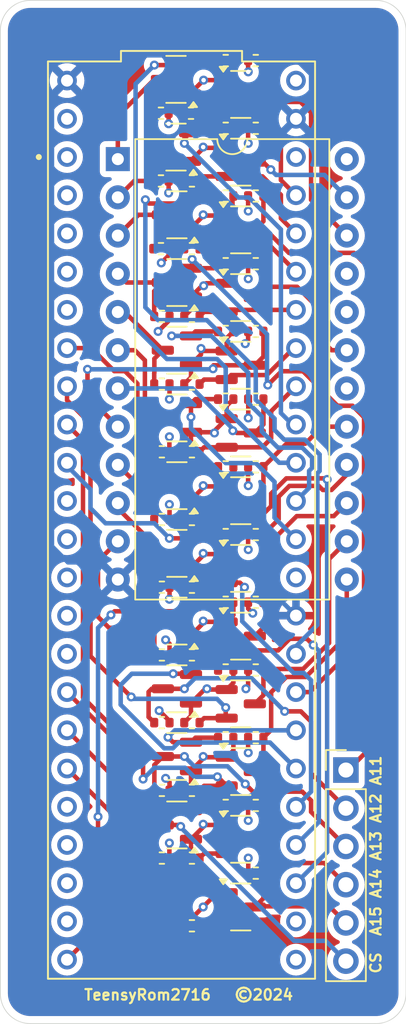
<source format=kicad_pcb>
(kicad_pcb (version 20240108) (generator "pcbnew") (generator_version "8.0")
  (layers (0 "F.Cu" signal) (1 "In1.Cu" signal) (2 "In2.Cu" signal) (31 "B.Cu" signal) (34 "B.Paste" user) (35 "F.Paste" user) (36 "B.SilkS" user "B.Silkscreen") (37 "F.SilkS" user "F.Silkscreen") (38 "B.Mask" user) (39 "F.Mask" user) (44 "Edge.Cuts" user))
  (net 0 "")
  (net 1 "GND")
  (net 18 "+3.3V")
  (net 19 "+5V")
  (net 21 "A12'")
  (net 22 "A14'")
  (net 23 "A15'")
  (net 24 "A13'")
  (net 25 "A11'")
  (net 26 "CS'")
  (net 27 "A0'")
  (net 28 "A0")
  (net 29 "A1")
  (net 30 "A1'")
  (net 31 "A2")
  (net 32 "A2'")
  (net 33 "A3")
  (net 34 "A3'")
  (net 35 "A4'")
  (net 36 "A4")
  (net 37 "A5")
  (net 38 "A5'")
  (net 39 "A6'")
  (net 40 "A6")
  (net 41 "A7")
  (net 42 "A7'")
  (net 43 "A8'")
  (net 44 "A8")
  (net 45 "A9'")
  (net 46 "A9")
  (net 47 "A10'")
  (net 48 "A10")
  (net 49 "A11")
  (net 50 "A12")
  (net 51 "A13")
  (net 52 "A14")
  (net 53 "A15")
  (net 54 "D0")
  (net 55 "D0'")
  (net 56 "D1")
  (net 57 "D1'")
  (net 58 "D2'")
  (net 59 "D2")
  (net 60 "D3'")
  (net 61 "D3")
  (net 62 "D4")
  (net 63 "D4'")
  (net 64 "D5")
  (net 65 "D5'")
  (net 66 "D6")
  (net 67 "D6'")
  (net 68 "D7")
  (net 69 "D7'")
  (net 70 "CS")
  (footprint "Resistor_SMD:R_0402_1005Metric" (layer "F.Cu") (at 42 32.5 180)
    (property "Reference" "R9" (hide yes))
    (property "Value" "10k")
  )
  (footprint "Package_TO_SOT_SMD:SOT-23" (layer "F.Cu") (at 38.75 42.75 180)
    (property "Reference" "Q3" (hide yes))
    (property "Value" "BSS138")
  )
  (footprint "Resistor_SMD:R_0402_1005Metric" (layer "F.Cu") (at 42 19 180)
    (property "Reference" "R15" (hide yes))
    (property "Value" "10k")
  )
  (footprint "Resistor_SMD:R_0402_1005Metric" (layer "F.Cu") (at 37.75 63 180)
    (property "Reference" "R26" (hide yes))
    (property "Value" "10k")
  )
  (footprint "LOGO" (layer "F.Cu") (at 50.75 19.75 90)
    (property "Reference" "G***" (hide yes))
    (property "Value" "LOGO" (hide yes))
  )
  (footprint "Package_TO_SOT_SMD:SOT-23" (layer "F.Cu") (at 43 66.25)
    (property "Reference" "Q20" (hide yes))
    (property "Value" "BSS138")
  )
  (footprint "Resistor_SMD:R_0402_1005Metric" (layer "F.Cu") (at 39.75 67.5)
    (property "Reference" "R39" (hide yes))
    (property "Value" "10k")
  )
  (footprint "Package_TO_SOT_SMD:SOT-23" (layer "F.Cu") (at 38.75 56.25 180)
    (property "Reference" "Q19" (hide yes))
    (property "Value" "BSS138")
  )
  (footprint "Package_TO_SOT_SMD:SOT-23" (layer "F.Cu") (at 38.75 33.75 180)
    (property "Reference" "Q5" (hide yes))
    (property "Value" "BSS138")
  )
  (footprint "Package_TO_SOT_SMD:SOT-23" (layer "F.Cu") (at 43 61.75)
    (property "Reference" "Q21" (hide yes))
    (property "Value" "BSS138")
  )
  (footprint "Resistor_SMD:R_0402_1005Metric" (layer "F.Cu") (at 42 64 180)
    (property "Reference" "R27" (hide yes))
    (property "Value" "10k")
  )
  (footprint "Resistor_SMD:R_0402_1005Metric" (layer "F.Cu") (at 39.75 45)
    (property "Reference" "R3" (hide yes))
    (property "Value" "10k")
  )
  (footprint "Resistor_SMD:R_0402_1005Metric" (layer "F.Cu") (at 44 68.5)
    (property "Reference" "R30" (hide yes))
    (property "Value" "10k")
  )
  (footprint "Package_TO_SOT_SMD:SOT-23" (layer "F.Cu") (at 43 21.25)
    (property "Reference" "Q10" (hide yes))
    (property "Value" "BSS138")
  )
  (footprint "Package_TO_SOT_SMD:SOT-23" (layer "F.Cu") (at 43 75.25)
    (property "Reference" "Q16" (hide yes))
    (property "Value" "BSS138")
  )
  (footprint "Resistor_SMD:R_0402_1005Metric" (layer "F.Cu") (at 37.75 36 180)
    (property "Reference" "R10" (hide yes))
    (property "Value" "10k")
  )
  (footprint "Resistor_SMD:R_0402_1005Metric" (layer "F.Cu") (at 39.75 49.5)
    (property "Reference" "R47" (hide yes))
    (property "Value" "10k")
  )
  (footprint "Package_TO_SOT_SMD:SOT-23" (layer "F.Cu") (at 43 34.75)
    (property "Reference" "Q11" (hide yes))
    (property "Value" "BSS138")
  )
  (footprint "DEV-16771:MODULE_DEV-16771" (layer "F.Cu") (at 39.0575 49.54 -90)
    (property "Reference" "U3" (hide yes))
    (property "Value" "Teensy 4.1 module" (hide yes))
  )
  (footprint "Resistor_SMD:R_0402_1005Metric" (layer "F.Cu") (at 39.75 36)
    (property "Reference" "R21" (hide yes))
    (property "Value" "10k")
  )
  (footprint "Package_TO_SOT_SMD:SOT-23" (layer "F.Cu") (at 43 43.75)
    (property "Reference" "Q2" (hide yes))
    (property "Value" "BSS138")
  )
  (footprint "Resistor_SMD:R_0402_1005Metric" (layer "F.Cu") (at 39.75 58.5 180)
    (property "Reference" "R25" (hide yes))
    (property "Value" "10k")
  )
  (footprint "Resistor_SMD:R_0402_1005Metric" (layer "F.Cu") (at 37.75 72 180)
    (property "Reference" "R50" (hide yes))
    (property "Value" "10k")
  )
  (footprint "Resistor_SMD:R_0402_1005Metric" (layer "F.Cu") (at 44 32.5)
    (property "Reference" "R22" (hide yes))
    (property "Value" "10k")
  )
  (footprint "Package_TO_SOT_SMD:SOT-23" (layer "F.Cu") (at 43 30.25)
    (property "Reference" "Q12" (hide yes))
    (property "Value" "BSS138")
  )
  (footprint "Resistor_SMD:R_0402_1005Metric" (layer "F.Cu") (at 44 64)
    (property "Reference" "R40" (hide yes))
    (property "Value" "10k")
  )
  (footprint "Resistor_SMD:R_0402_1005Metric" (layer "F.Cu") (at 39.75 31.5)
    (property "Reference" "R23" (hide yes))
    (property "Value" "10k")
  )
  (footprint "Resistor_SMD:R_0402_1005Metric" (layer "F.Cu") (at 44 50.5)
    (property "Reference" "R46" (hide yes))
    (property "Value" "10k")
  )
  (footprint "Resistor_SMD:R_0402_1005Metric" (layer "F.Cu") (at 39.69 22.5)
    (property "Reference" "R19" (hide yes))
    (property "Value" "10k")
  )
  (footprint "Resistor_SMD:R_0402_1005Metric" (layer "F.Cu") (at 42 23.5 180)
    (property "Reference" "R13" (hide yes))
    (property "Value" "10k")
  )
  (footprint "Package_TO_SOT_SMD:SOT-23" (layer "F.Cu") (at 38.75 69.8 180)
    (property "Reference" "Q25" (hide yes))
    (property "Value" "BSS138")
  )
  (footprint "Resistor_SMD:R_0402_1005Metric" (layer "F.Cu") (at 37.75 58.5 180)
    (property "Reference" "R38" (hide yes))
    (property "Value" "10k")
  )
  (footprint "Resistor_SMD:R_0402_1005Metric" (layer "F.Cu") (at 42 55 180)
    (property "Reference" "R37" (hide yes))
    (property "Value" "10k")
  )
  (footprint "Resistor_SMD:R_0402_1005Metric" (layer "F.Cu") (at 42 50.5 180)
    (property "Reference" "R35" (hide yes))
    (property "Value" "10k")
  )
  (footprint "Package_TO_SOT_SMD:SOT-23" (layer "F.Cu") (at 38.75 47.25 180)
    (property "Reference" "Q17" (hide yes))
    (property "Value" "BSS138")
  )
  (footprint "Resistor_SMD:R_0402_1005Metric" (layer "F.Cu") (at 37.69 31.5 180)
    (property "Reference" "R12" (hide yes))
    (property "Value" "10k")
  )
  (footprint "Resistor_SMD:R_0402_1005Metric" (layer "F.Cu") (at 39.75 76.5)
    (property "Reference" "R31" (hide yes))
    (property "Value" "10k")
  )
  (footprint "Package_TO_SOT_SMD:SOT-23" (layer "F.Cu") (at 38.75 38.25 180)
    (property "Reference" "Q4" (hide yes))
    (property "Value" "BSS138")
  )
  (footprint "Resistor_SMD:R_0402_1005Metric" (layer "F.Cu") (at 39.75 40.5)
    (property "Reference" "R1" (hide yes))
    (property "Value" "10k")
  )
  (footprint "Resistor_SMD:R_0402_1005Metric" (layer "F.Cu") (at 37.75 40.5 180)
    (property "Reference" "R8" (hide yes))
    (property "Value" "10k")
  )
  (footprint "Package_TO_SOT_SMD:SOT-23" (layer "F.Cu") (at 43 25.75)
    (property "Reference" "Q9" (hide yes))
    (property "Value" "BSS138")
  )
  (footprint "Resistor_SMD:R_0402_1005Metric" (layer "F.Cu") (at 42 41.5 180)
    (property "Reference" "R5" (hide yes))
    (property "Value" "10k")
  )
  (footprint "Resistor_SMD:R_0402_1005Metric" (layer "F.Cu") (at 39.75 72)
    (property "Reference" "R29" (hide yes))
    (property "Value" "10k")
  )
  (footprint "Package_TO_SOT_SMD:SOT-23" (layer "F.Cu") (at 38.75 65.25 180)
    (property "Reference" "Q14" (hide yes))
    (property "Value" "BSS138")
  )
  (footprint "Resistor_SMD:R_0402_1005Metric" (layer "F.Cu") (at 39.75 63)
    (property "Reference" "R41" (hide yes))
    (property "Value" "10k")
  )
  (footprint "Package_TO_SOT_SMD:SOT-23" (layer "F.Cu") (at 43 39.25)
    (property "Reference" "Q1" (hide yes))
    (property "Value" "BSS138")
  )
  (footprint "Package_TO_SOT_SMD:SOT-23" (layer "F.Cu") (at 43 57.25)
    (property "Reference" "Q22" (hide yes))
    (property "Value" "BSS138")
  )
  (footprint "Package_TO_SOT_SMD:SOT-23" (layer "F.Cu") (at 38.75 60.75 180)
    (property "Reference" "Q13" (hide yes))
    (property "Value" "BSS138")
  )
  (footprint "Resistor_SMD:R_0402_1005Metric" (layer "F.Cu") (at 37.75 67.5 180)
    (property "Reference" "R28" (hide yes))
    (property "Value" "10k")
  )
  (footprint "Resistor_SMD:R_0402_1005Metric" (layer "F.Cu") (at 37.75 49.5 180)
    (property "Reference" "R34" (hide yes))
    (property "Value" "10k")
  )
  (footprint "Package_TO_SOT_SMD:SOT-23" (layer "F.Cu") (at 43 70.75)
    (property "Reference" "Q15" (hide yes))
    (property "Value" "BSS138")
  )
  (footprint "Resistor_SMD:R_0402_1005Metric" (layer "F.Cu") (at 44 37)
    (property "Reference" "R2" (hide yes))
    (property "Value" "10k")
  )
  (footprint "Package_TO_SOT_SMD:SOT-23" (layer "F.Cu") (at 38.75 51.75 180)
    (property "Reference" "Q18" (hide yes))
    (property "Value" "BSS138")
  )
  (footprint "Resistor_SMD:R_0402_1005Metric" (layer "F.Cu") (at 44 55)
    (property "Reference" "R44" (hide yes))
    (property "Value" "10k")
  )
  (footprint "Package_DIP:DIP-24_W15.24mm" (layer "F.Cu") (at 34.8175 25.55)
    (property "Reference" "U2" (hide yes))
    (property "Value" "2716")
  )
  (footprint "Resistor_SMD:R_0402_1005Metric" (layer "F.Cu") (at 37.69 22.5 180)
    (property "Reference" "R16" (hide yes))
    (property "Value" "10k")
  )
  (footprint "Resistor_SMD:R_0402_1005Metric" (layer "F.Cu") (at 44 59.5)
    (property "Reference" "R42" (hide yes))
    (property "Value" "10k")
  )
  (footprint "Resistor_SMD:R_0402_1005Metric" (layer "F.Cu") (at 44 46)
    (property "Reference" "R48" (hide yes))
    (property "Value" "10k")
  )
  (footprint "Resistor_SMD:R_0402_1005Metric" (layer "F.Cu") (at 42 37 180)
    (property "Reference" "R7" (hide yes))
    (property "Value" "10k")
  )
  (footprint "Package_TO_SOT_SMD:SOT-23" (layer "F.Cu") (at 43 48.25)
    (property "Reference" "Q24" (hide yes))
    (property "Value" "BSS138")
  )
  (footprint "Resistor_SMD:R_0402_1005Metric" (layer "F.Cu") (at 39.75 27)
    (property "Reference" "R17" (hide yes))
    (property "Value" "10k")
  )
  (footprint "Package_TO_SOT_SMD:SOT-23" (layer "F.Cu") (at 38.75 29.25 180)
    (property "Reference" "Q6" (hide yes))
    (property "Value" "BSS138")
  )
  (footprint "Resistor_SMD:R_0402_1005Metric" (layer "F.Cu") (at 42 59.5 180)
    (property "Reference" "R43" (hide yes))
    (property "Value" "10k")
  )
  (footprint "Resistor_SMD:R_0402_1005Metric" (layer "F.Cu") (at 44 41.5)
    (property "Reference" "R4" (hide yes))
    (property "Value" "10k")
  )
  (footprint "Resistor_SMD:R_0402_1005Metric" (layer "F.Cu") (at 44 23.5)
    (property "Reference" "R18" (hide yes))
    (property "Value" "10k")
  )
  (footprint "Resistor_SMD:R_0402_1005Metric" (layer "F.Cu") (at 44 19)
    (property "Reference" "R20" (hide yes))
    (property "Value" "10k")
  )
  (footprint "Resistor_SMD:R_0402_1005Metric" (layer "F.Cu") (at 37.69 27 180)
    (property "Reference" "R14" (hide yes))
    (property "Value" "10k")
  )
  (footprint "Resistor_SMD:R_0402_1005Metric" (layer "F.Cu") (at 42 68.5 180)
    (property "Reference" "R49" (hide yes))
    (property "Value" "10k")
  )
  (footprint "Package_TO_SOT_SMD:SOT-23" (layer "F.Cu") (at 38.69 24.75 180)
    (property "Reference" "Q7" (hide yes))
    (property "Value" "BSS138")
  )
  (footprint "Resistor_SMD:R_0402_1005Metric" (layer "F.Cu") (at 42 46 180)
    (property "Reference" "R33" (hide yes))
    (property "Value" "10k")
  )
  (footprint "Resistor_SMD:R_0402_1005Metric" (layer "F.Cu") (at 44 28)
    (property "Reference" "R24" (hide yes))
    (property "Value" "10k")
  )
  (footprint "Connector_PinHeader_2.54mm:PinHeader_1x06_P2.54mm_Vertical" (layer "F.Cu") (at 50 66.15)
    (property "Reference" "J1" (hide yes))
    (property "Value" "Conn_01x06_Pin" (hide yes))
  )
  (footprint "Resistor_SMD:R_0402_1005Metric" (layer "F.Cu") (at 37.75 45 180)
    (property "Reference" "R6" (hide yes))
    (property "Value" "10k")
  )
  (footprint "Resistor_SMD:R_0402_1005Metric" (layer "F.Cu") (at 37.75 54 180)
    (property "Reference" "R36" (hide yes))
    (property "Value" "10k")
  )
  (footprint "Package_TO_SOT_SMD:SOT-23" (layer "F.Cu") (at 38.69 20.25 180)
    (property "Reference" "Q8" (hide yes))
    (property "Value" "BSS138")
  )
  (footprint "Resistor_SMD:R_0402_1005Metric" (layer "F.Cu") (at 44 73)
    (property "Reference" "R32" (hide yes))
    (property "Value" "10k")
  )
  (footprint "Package_TO_SOT_SMD:SOT-23" (layer "F.Cu") (at 43 52.75)
    (property "Reference" "Q23" (hide yes))
    (property "Value" "BSS138")
  )
  (footprint "Resistor_SMD:R_0402_1005Metric" (layer "F.Cu") (at 39.75 54)
    (property "Reference" "R45" (hide yes))
    (property "Value" "10k")
  )
  (footprint "Resistor_SMD:R_0402_1005Metric" (layer "F.Cu") (at 42 28 180)
    (property "Reference" "R11" (hide yes))
    (property "Value" "10k")
  )
  (gr_arc (start 52 15) (mid 53.414214 15.585786) (end 54 17) (stroke (width 0.05)) (layer "Edge.Cuts"))
  (gr_line (start 29 15) (end 52 15) (stroke (width 0.05)) (layer "Edge.Cuts"))
  (gr_line (start 52 83) (end 29 83) (stroke (width 0.05)) (layer "Edge.Cuts"))
  (gr_line (start 54 17) (end 54 81) (stroke (width 0.05)) (layer "Edge.Cuts"))
  (gr_line (start 27 81) (end 27 17) (stroke (width 0.05)) (layer "Edge.Cuts"))
  (gr_arc (start 54 81) (mid 53.414214 82.414214) (end 52 83) (stroke (width 0.05)) (layer "Edge.Cuts"))
  (gr_arc (start 27 17) (mid 27.585786 15.585786) (end 29 15) (stroke (width 0.05)) (layer "Edge.Cuts"))
  (gr_arc (start 29 83) (mid 27.585786 82.414214) (end 27 81) (stroke (width 0.05)) (layer "Edge.Cuts"))
  (gr_text "CS\n" (at 52.4 79.75 90) (layer "F.SilkS") (effects (font (size 0.7 0.7)) (justify left bottom)))
  (gr_text "A15\n" (at 52.4 77.25 90) (layer "F.SilkS") (effects (font (size 0.7 0.7)) (justify left bottom)))
  (gr_text "A12" (at 52.4 69.75 90) (layer "F.SilkS") (effects (font (size 0.7 0.7)) (justify left bottom)))
  (gr_text "A11" (at 52.4 67.25 90) (layer "F.SilkS") (effects (font (size 0.7 0.7)) (justify left bottom)))
  (gr_text "A13" (at 52.4 72.25 90) (layer "F.SilkS") (effects (font (size 0.7 0.7)) (justify left bottom)))
  (gr_text "A14\n" (at 52.4 74.75 90) (layer "F.SilkS") (effects (font (size 0.7 0.7)) (justify left bottom)))
  (gr_text "TeensyRom2716   ©2024" (at 32.5 81.5 0) (layer "F.SilkS") (effects (font (size 0.7 0.7)) (justify left bottom)))
  (segment (start 47.6815 19.914129) (end 47.6815 21.866) (width 0.3) (layer "B.Cu") (net 1))
  (segment (start 46.6775 55.89) (end 43.477501 52.690001) (width 0.3) (layer "B.Cu") (net 1))
  (segment (start 30.4335 21.334) (end 30.4335 51.2795) (width 0.3) (layer "B.Cu") (net 1))
  (segment (start 31.4375 20.33) (end 33.1175 18.65) (width 0.3) (layer "B.Cu") (net 1))
  (segment (start 35.617499 52.690001) (end 34.8175 53.49) (width 0.3) (layer "B.Cu") (net 1))
  (segment (start 30.4335 51.2795) (end 31.5 52.346) (width 0.3) (layer "B.Cu") (net 1))
  (segment (start 31.4375 20.33) (end 30.4335 21.334) (width 0.3) (layer "B.Cu") (net 1))
  (segment (start 43.477501 52.690001) (end 35.617499 52.690001) (width 0.3) (layer "B.Cu") (net 1))
  (segment (start 33.1175 18.65) (end 46.417371 18.65) (width 0.3) (layer "B.Cu") (net 1))
  (segment (start 33.6735 52.346) (end 34.8175 53.49) (width 0.3) (layer "B.Cu") (net 1))
  (segment (start 46.417371 18.65) (end 47.6815 19.914129) (width 0.3) (layer "B.Cu") (net 1))
  (segment (start 47.6815 21.866) (end 46.6775 22.87) (width 0.3) (layer "B.Cu") (net 1))
  (segment (start 31.5 52.346) (end 33.6735 52.346) (width 0.3) (layer "B.Cu") (net 1))
  (segment (start 39.18 21.6475) (end 39.6275 21.2) (width 0.3) (layer "F.Cu") (net 18))
  (segment (start 39.6875 67.0525) (end 39.24 67.5) (width 0.3) (layer "F.Cu") (net 18))
  (segment (start 39.18 22.5) (end 39.18 21.6475) (width 0.3) (layer "F.Cu") (net 18))
  (segment (start 39.6275 21.2) (end 40.527498 20.300002) (width 0.3) (layer "F.Cu") (net 18))
  (segment (start 39.6875 71.5525) (end 39.24 72) (width 0.3) (layer "F.Cu") (net 18))
  (segment (start 40.5 29.3275) (end 40.5 29.25) (width 0.3) (layer "F.Cu") (net 18))
  (segment (start 42.51 33.3525) (end 42.0625 33.8) (width 0.3) (layer "F.Cu") (net 18))
  (segment (start 42.51 50.5) (end 42.51 51.3525) (width 0.3) (layer "F.Cu") (net 18))
  (segment (start 41.1625 43.7) (end 41.1125 43.75) (width 0.3) (layer "F.Cu") (net 18))
  (segment (start 40.5 75.25) (end 40.49 75.25) (width 0.3) (layer "F.Cu") (net 18))
  (segment (start 40.6375 56.25) (end 40.5 56.25) (width 0.3) (layer "F.Cu") (net 18))
  (segment (start 42.0625 56.3) (end 40.5875 56.3) (width 0.3) (layer "F.Cu") (net 18))
  (segment (start 39.6875 39.2) (end 39.6875 40.0525) (width 0.3) (layer "F.Cu") (net 18))
  (segment (start 42.45 19.8525) (end 42.002504 20.299996) (width 0.3) (layer "F.Cu") (net 18))
  (segment (start 39.6875 66.2) (end 39.6875 67.0525) (width 0.3) (layer "F.Cu") (net 18))
  (segment (start 40.5 69.75) (end 40.5 69.9375) (width 0.3) (layer "F.Cu") (net 18))
  (segment (start 40.8 60.8) (end 40.75 60.75) (width 0.3) (layer "F.Cu") (net 18))
  (segment (start 40.5 29.25) (end 40.5775 29.25) (width 0.3) (layer "F.Cu") (net 18))
  (segment (start 40.5 65.25) (end 40.5 65.3875) (width 0.3) (layer "F.Cu") (net 18))
  (segment (start 40.6375 51.75) (end 40.5 51.75) (width 0.3) (layer "F.Cu") (net 18))
  (segment (start 40.5 51.8875) (end 39.6875 52.7) (width 0.3) (layer "F.Cu") (net 18))
  (segment (start 39.6275 31.0525) (end 39.18 31.5) (width 0.3) (layer "F.Cu") (net 18))
  (segment (start 39.6875 43.7) (end 41.1625 43.7) (width 0.3) (layer "F.Cu") (net 18))
  (segment (start 40.5 75.24) (end 40.5 75.25) (width 0.3) (layer "F.Cu") (net 18))
  (segment (start 40.6375 65.25) (end 40.5 65.25) (width 0.3) (layer "F.Cu") (net 18))
  (segment (start 40.5775 29.25) (end 39.6275 30.2) (width 0.3) (layer "F.Cu") (net 18))
  (segment (start 39.6275 30.2) (end 39.6275 31.0525) (width 0.3) (layer "F.Cu") (net 18))
  (segment (start 42.0625 42.8) (end 42.0625 41.9475) (width 0.3) (layer "F.Cu") (net 18))
  (segment (start 40.5 24.8275) (end 40.5 24.75) (width 0.3) (layer "F.Cu") (net 18))
  (segment (start 42.51 64) (end 42.51 64.8525) (width 0.3) (layer "F.Cu") (net 18))
  (segment (start 42.002504 20.299996) (end 40.527498 20.299996) (width 0.3) (layer "F.Cu") (net 18))
  (segment (start 40.5 56.3875) (end 39.6875 57.2) (width 0.3) (layer "F.Cu") (net 18))
  (segment (start 40.6375 69.8) (end 40.6875 69.75) (width 0.3) (layer "F.Cu") (net 18))
  (segment (start 40.355119 38.532381) (end 40.355119 38.13502) (width 0.3) (layer "F.Cu") (net 18))
  (segment (start 42.45 19) (end 42.45 19.8525) (width 0.3) (layer "F.Cu") (net 18))
  (segment (start 39.6275 25.7) (end 39.6275 26.5525) (width 0.3) (layer "F.Cu") (net 18))
  (segment (start 39.6875 48.2) (end 39.6875 49.0525) (width 0.3) (layer "F.Cu") (net 18))
  (segment (start 39.6875 44.5525) (end 39.24 45) (width 0.3) (layer "F.Cu") (net 18))
  (segment (start 41.1125 43.75) (end 41.25 43.75) (width 0.3) (layer "F.Cu") (net 18))
  (segment (start 40.5 56.25) (end 40.5 56.3875) (width 0.3) (layer "F.Cu") (net 18))
  (segment (start 39.6875 34.7) (end 39.6875 35.5525) (width 0.3) (layer "F.Cu") (net 18))
  (segment (start 39.6875 52.7) (end 39.6875 53.5525) (width 0.3) (layer "F.Cu") (net 18))
  (segment (start 40.5875 51.8) (end 40.6375 51.75) (width 0.3) (layer "F.Cu") (net 18))
  (segment (start 42.0025 29.3) (end 40.5275 29.3) (width 0.3) (layer "F.Cu") (net 18))
  (segment (start 42.51 55) (end 42.51 55.8525) (width 0.3) (layer "F.Cu") (net 18))
  (segment (start 42.51 68.5) (end 42.51 69.3525) (width 0.3) (layer "F.Cu") (net 18))
  (segment (start 42.0625 41.9475) (end 42.51 41.5) (width 0.3) (layer "F.Cu") (net 18))
  (segment (start 42.0625 69.8) (end 40.6375 69.8) (width 0.3) (layer "F.Cu") (net 18))
  (segment (start 40.5875 60.8) (end 39.6875 61.7) (width 0.3) (layer "F.Cu") (net 18))
  (segment (start 39.6875 57.9275) (end 40.26 58.5) (width 0.3) (layer "F.Cu") (net 18))
  (segment (start 42.0625 60.8) (end 40.8 60.8) (width 0.3) (layer "F.Cu") (net 18))
  (segment (start 40.6875 69.75) (end 40.5 69.75) (width 0.3) (layer "F.Cu") (net 18))
  (segment (start 42.51 51.3525) (end 42.0625 51.8) (width 0.3) (layer "F.Cu") (net 18))
  (segment (start 40.5 65.3875) (end 39.6875 66.2) (width 0.3) (layer "F.Cu") (net 18))
  (segment (start 39.6875 70.75) (end 39.6875 71.5525) (width 0.3) (layer "F.Cu") (net 18))
  (segment (start 40.6375 47.25) (end 40.5 47.25) (width 0.3) (layer "F.Cu") (net 18))
  (segment (start 40.5 24.75) (end 40.5775 24.75) (width 0.3) (layer "F.Cu") (net 18))
  (segment (start 40.5 51.75) (end 40.5 51.8875) (width 0.3) (layer "F.Cu") (net 18))
  (segment (start 42.0625 74.3) (end 41.44 74.3) (width 0.3) (layer "F.Cu") (net 18))
  (segment (start 42.0625 51.8) (end 40.5875 51.8) (width 0.3) (layer "F.Cu") (net 18))
  (segment (start 40.5875 56.3) (end 40.6375 56.25) (width 0.3) (layer "F.Cu") (net 18))
  (segment (start 42.51 60.3525) (end 42.51 59.5) (width 0.3) (layer "F.Cu") (net 18))
  (segment (start 41.25 43.75) (end 41.25 43.6125) (width 0.3) (layer "F.Cu") (net 18))
  (segment (start 42.45 23.5) (end 42.45 24.3525) (width 0.3) (layer "F.Cu") (net 18))
  (segment (start 39.6875 43.7) (end 39.6875 44.5525) (width 0.3) (layer "F.Cu") (net 18))
  (segment (start 40.5 47.25) (end 40.5 47.3875) (width 0.3) (layer "F.Cu") (net 18))
  (segment (start 39.6875 39.2) (end 40.355119 38.532381) (width 0.3) (layer "F.Cu") (net 18))
  (segment (start 40.5775 24.75) (end 39.6275 25.7) (width 0.3) (layer "F.Cu") (net 18))
  (segment (start 42.51 55.8525) (end 42.0625 56.3) (width 0.3) (layer "F.Cu") (net 18))
  (segment (start 39.6875 49.0525) (end 39.24 49.5) (width 0.3) (layer "F.Cu") (net 18))
  (segment (start 42.0625 38.3) (end 42.0625 37.4475) (width 0.3) (layer "F.Cu") (net 18))
  (segment (start 39.6875 62.5525) (end 39.24 63) (width 0.3) (layer "F.Cu") (net 18))
  (segment (start 42.51 64.8525) (end 42.0625 65.3) (width 0.3) (layer "F.Cu") (net 18))
  (segment (start 42.0625 65.3) (end 40.5875 65.3) (width 0.3) (layer "F.Cu") (net 18))
  (segment (start 40.5275 29.3) (end 40.5 29.3275) (width 0.3) (layer "F.Cu") (net 18))
  (segment (start 40.7 60.8) (end 40.5875 60.8) (width 0.3) (layer "F.Cu") (net 18))
  (segment (start 40.420807 33.966693) (end 40.533306 33.966693) (width 0.3) (layer "F.Cu") (net 18))
  (segment (start 39.6875 61.7) (end 39.6875 62.5525) (width 0.3) (layer "F.Cu") (net 18))
  (segment (start 39.6875 35.5525) (end 39.24 36) (width 0.3) (layer "F.Cu") (net 18))
  (segment (start 39.6875 34.7) (end 40.420807 33.966693) (width 0.3) (layer "F.Cu") (net 18))
  (segment (start 41.25 43.6125) (end 42.0625 42.8) (width 0.3) (layer "F.Cu") (net 18))
  (segment (start 40.75 60.75) (end 40.7 60.8) (width 0.3) (layer "F.Cu") (net 18))
  (segment (start 42.0625 47.3) (end 40.5875 47.3) (width 0.3) (layer "F.Cu") (net 18))
  (segment (start 40.5875 65.3) (end 40.6375 65.25) (width 0.3) (layer "F.Cu") (net 18))
  (segment (start 42.45 24.3525) (end 42.0025 24.8) (width 0.3) (layer "F.Cu") (net 18))
  (segment (start 40.527498 20.300002) (end 40.527498 20.299996) (width 0.3) (layer "F.Cu") (net 18))
  (segment (start 42.0625 38.3) (end 40.520099 38.3) (width 0.3) (layer "F.Cu") (net 18))
  (segment (start 39.6875 57.2) (end 39.6875 57.9275) (width 0.3) (layer "F.Cu") (net 18))
  (segment (start 42.0025 24.8) (end 40.5275 24.8) (width 0.3) (layer "F.Cu") (net 18))
  (segment (start 42.51 46) (end 42.51 46.8525) (width 0.3) (layer "F.Cu") (net 18))
  (segment (start 40.49 75.25) (end 39.24 76.5) (width 0.3) (layer "F.Cu") (net 18))
  (segment (start 39.6875 53.5525) (end 39.24 54) (width 0.3) (layer "F.Cu") (net 18))
  (segment (start 41.44 74.3) (end 40.5 75.24) (width 0.3) (layer "F.Cu") (net 18))
  (segment (start 40.520099 38.3) (end 40.355119 38.13502) (width 0.3) (layer "F.Cu") (net 18))
  (segment (start 40.699999 33.8) (end 40.533306 33.966693) (width 0.3) (layer "F.Cu") (net 18))
  (segment (start 42.0625 33.8) (end 40.699999 33.8) (width 0.3) (layer "F.Cu") (net 18))
  (segment (start 42.0625 37.4475) (end 42.51 37) (width 0.3) (layer "F.Cu") (net 18))
  (segment (start 42.51 60.3525) (end 42.0625 60.8) (width 0.3) (layer "F.Cu") (net 18))
  (segment (start 40.5 69.9375) (end 39.6875 70.75) (width 0.3) (layer "F.Cu") (net 18))
  (segment (start 39.6875 40.0525) (end 39.24 40.5) (width 0.3) (layer "F.Cu") (net 18))
  (segment (start 42.51 32.5) (end 42.51 33.3525) (width 0.3) (layer "F.Cu") (net 18))
  (segment (start 42.51 69.3525) (end 42.0625 69.8) (width 0.3) (layer "F.Cu") (net 18))
  (segment (start 39.6275 26.5525) (end 39.18 27) (width 0.3) (layer "F.Cu") (net 18))
  (segment (start 42.45 28.8525) (end 42.0025 29.3) (width 0.3) (layer "F.Cu") (net 18))
  (segment (start 42.45 28) (end 42.45 28.8525) (width 0.3) (layer "F.Cu") (net 18))
  (segment (start 40.5875 47.3) (end 40.6375 47.25) (width 0.3) (layer "F.Cu") (net 18))
  (segment (start 40.5275 24.8) (end 40.5 24.8275) (width 0.3) (layer "F.Cu") (net 18))
  (segment (start 42.51 46.8525) (end 42.0625 47.3) (width 0.3) (layer "F.Cu") (net 18))
  (segment (start 40.5 47.3875) (end 39.6875 48.2) (width 0.3) (layer "F.Cu") (net 18))
  (via (at 40.5 29.25) (size 0.6) (drill 0.3) (layers "F.Cu" "B.Cu") (net 18))
  (via (at 40.527498 20.299996) (size 0.6) (drill 0.3) (layers "F.Cu" "B.Cu") (net 18))
  (via (at 40.533306 33.966693) (size 0.6) (drill 0.3) (layers "F.Cu" "B.Cu") (net 18))
  (via (at 40.75 60.75) (size 0.6) (drill 0.3) (layers "F.Cu" "B.Cu") (net 18))
  (via (at 40.5 56.25) (size 0.6) (drill 0.3) (layers "F.Cu" "B.Cu") (net 18))
  (via (at 41.25 43.75) (size 0.6) (drill 0.3) (layers "F.Cu" "B.Cu") (net 18))
  (via (at 40.355119 38.13502) (size 0.6) (drill 0.3) (layers "F.Cu" "B.Cu") (net 18))
  (via (at 40.5 65.25) (size 0.6) (drill 0.3) (layers "F.Cu" "B.Cu") (net 18))
  (via (at 40.5 47.25) (size 0.6) (drill 0.3) (layers "F.Cu" "B.Cu") (net 18))
  (via (at 40.5 69.75) (size 0.6) (drill 0.3) (layers "F.Cu" "B.Cu") (net 18))
  (via (at 40.5 51.75) (size 0.6) (drill 0.3) (layers "F.Cu" "B.Cu") (net 18))
  (via (at 40.5 75.25) (size 0.6) (drill 0.3) (layers "F.Cu" "B.Cu") (net 18))
  (via (at 40.5 24.75) (size 0.6) (drill 0.3) (layers "F.Cu" "B.Cu") (net 18))
  (segment (start 43.49 33.49) (end 43.5 33.5) (width 0.3) (layer "F.Cu") (net 19))
  (segment (start 38.26 41.49) (end 38.25 41.5) (width 0.3) (layer "F.Cu") (net 19))
  (segment (start 43.49 24.49) (end 43.499998 24.499998) (width 0.3) (layer "F.Cu") (net 19))
  (segment (start 38.25 44) (end 38.25 44.99) (width 0.3) (layer "F.Cu") (net 19))
  (segment (start 38.2 31.5) (end 38.2 31.957753) (width 0.3) (layer "F.Cu") (net 19))
  (segment (start 38.26 66.96) (end 38 66.7) (width 0.3) (layer "F.Cu") (net 19))
  (segment (start 43.49 50.5) (end 43.49 51.49) (width 0.3) (layer "F.Cu") (net 19))
  (segment (start 43.49 69.49) (end 43.5 69.5) (width 0.3) (layer "F.Cu") (net 19))
  (segment (start 38.26 62.89321) (end 37.56679 62.2) (width 0.3) (layer "F.Cu") (net 19))
  (segment (start 38.2 31.957753) (end 37.711055 32.446698) (width 0.3) (layer "F.Cu") (net 19))
  (segment (start 43.5 72.99) (end 43.49 73) (width 0.3) (layer "F.Cu") (net 19))
  (segment (start 38.26 54) (end 38.26 54.79) (width 0.3) (layer "F.Cu") (net 19))
  (segment (start 43.49 55.417224) (end 43.8 55.727224) (width 0.3) (layer "F.Cu") (net 19))
  (segment (start 38.25 71.99) (end 38.26 72) (width 0.3) (layer "F.Cu") (net 19))
  (segment (start 43.49 60.604669) (end 43.344669 60.75) (width 0.3) (layer "F.Cu") (net 19))
  (segment (start 43.49 23.5) (end 43.49 24.49) (width 0.3) (layer "F.Cu") (net 19))
  (segment (start 38.26 48.51) (end 38.25 48.5) (width 0.3) (layer "F.Cu") (net 19))
  (segment (start 38.2 22.5) (end 38.2 23.199992) (width 0.3) (layer "F.Cu") (net 19))
  (segment (start 38.26 36.24) (end 37.5 37) (width 0.3) (layer "F.Cu") (net 19))
  (segment (start 38.26 40.5) (end 38.26 41.49) (width 0.3) (layer "F.Cu") (net 19))
  (segment (start 43.49 19.74) (end 43.5 19.75) (width 0.3) (layer "F.Cu") (net 19))
  (segment (start 43.49 28.99) (end 43.500009 29.000009) (width 0.3) (layer "F.Cu") (net 19))
  (segment (start 38.26 57.76) (end 38 57.5) (width 0.3) (layer "F.Cu") (net 19))
  (segment (start 38.26 67.5) (end 38.26 66.96) (width 0.3) (layer "F.Cu") (net 19))
  (segment (start 43.5 42.75) (end 43.5 41.51) (width 0.3) (layer "F.Cu") (net 19))
  (segment (start 38.25 44.99) (end 38.26 45) (width 0.3) (layer "F.Cu") (net 19))
  (segment (start 38.26 36) (end 38.26 36.24) (width 0.3) (layer "F.Cu") (net 19))
  (segment (start 43.49 19) (end 43.49 19.74) (width 0.3) (layer "F.Cu") (net 19))
  (segment (start 43.49 64.99) (end 43.5 65) (width 0.3) (layer "F.Cu") (net 19))
  (segment (start 38.26 54.79) (end 38.25 54.8) (width 0.3) (layer "F.Cu") (net 19))
  (segment (start 43.49 51.49) (end 43.5 51.5) (width 0.3) (layer "F.Cu") (net 19))
  (segment (start 43.49 55) (end 43.49 55.417224) (width 0.3) (layer "F.Cu") (net 19))
  (segment (start 43.49 64) (end 43.49 64.99) (width 0.3) (layer "F.Cu") (net 19))
  (segment (start 38.2 23.199992) (end 38.199996 23.199996) (width 0.3) (layer "F.Cu") (net 19))
  (segment (start 43.49 68.5) (end 43.49 69.49) (width 0.3) (layer "F.Cu") (net 19))
  (segment (start 43.49 47.24) (end 43.5 47.25) (width 0.3) (layer "F.Cu") (net 19))
  (segment (start 38.25 71) (end 38.25 71.99) (width 0.3) (layer "F.Cu") (net 19))
  (segment (start 43.49 28) (end 43.49 28.99) (width 0.3) (layer "F.Cu") (net 19))
  (segment (start 43.49 37) (end 43.49 37.625538) (width 0.3) (layer "F.Cu") (net 19))
  (segment (start 43.49 46) (end 43.49 47.24) (width 0.3) (layer "F.Cu") (net 19))
  (segment (start 43.49 59.5) (end 43.49 60.604669) (width 0.3) (layer "F.Cu") (net 19))
  (segment (start 43.49 32.5) (end 43.49 33.49) (width 0.3) (layer "F.Cu") (net 19))
  (segment (start 38.2 27.799998) (end 38.200002 27.8) (width 0.3) (layer "F.Cu") (net 19))
  (segment (start 38.2 27) (end 38.2 27.799998) (width 0.3) (layer "F.Cu") (net 19))
  (segment (start 43.5 72) (end 43.5 72.99) (width 0.3) (layer "F.Cu") (net 19))
  (segment (start 43.5 41.51) (end 43.49 41.5) (width 0.3) (layer "F.Cu") (net 19))
  (segment (start 43.49 37.625538) (end 43.3 37.815538) (width 0.3) (layer "F.Cu") (net 19))
  (segment (start 38.26 49.5) (end 38.26 48.51) (width 0.3) (layer "F.Cu") (net 19))
  (segment (start 38.26 58.5) (end 38.26 57.76) (width 0.3) (layer "F.Cu") (net 19))
  (segment (start 38.26 63) (end 38.26 62.89321) (width 0.3) (layer "F.Cu") (net 19))
  (via (at 43.5 69.5) (size 0.6) (drill 0.3) (layers "F.Cu" "B.Cu") (net 19))
  (via (at 43.344669 60.75) (size 0.6) (drill 0.3) (layers "F.Cu" "B.Cu") (net 19))
  (via (at 43.5 33.5) (size 0.6) (drill 0.3) (layers "F.Cu" "B.Cu") (net 19))
  (via (at 43.5 65) (size 0.6) (drill 0.3) (layers "F.Cu" "B.Cu") (net 19))
  (via (at 43.8 55.727224) (size 0.6) (drill 0.3) (layers "F.Cu" "B.Cu") (net 19))
  (via (at 38.200002 27.8) (size 0.6) (drill 0.3) (layers "F.Cu" "B.Cu") (net 19))
  (via (at 43.5 72) (size 0.6) (drill 0.3) (layers "F.Cu" "B.Cu") (net 19))
  (via (at 38.25 71) (size 0.6) (drill 0.3) (layers "F.Cu" "B.Cu") (net 19))
  (via (at 43.5 19.75) (size 0.6) (drill 0.3) (layers "F.Cu" "B.Cu") (net 19))
  (via (at 43.5 42.75) (size 0.6) (drill 0.3) (layers "F.Cu" "B.Cu") (net 19))
  (via (at 38.25 44) (size 0.6) (drill 0.3) (layers "F.Cu" "B.Cu") (net 19))
  (via (at 37.56679 62.2) (size 0.6) (drill 0.3) (layers "F.Cu" "B.Cu") (net 19))
  (via (at 43.500009 29.000009) (size 0.6) (drill 0.3) (layers "F.Cu" "B.Cu") (net 19))
  (via (at 43.499998 24.499998) (size 0.6) (drill 0.3) (layers "F.Cu" "B.Cu") (net 19))
  (via (at 38 57.5) (size 0.6) (drill 0.3) (layers "F.Cu" "B.Cu") (net 19))
  (via (at 43.5 47.25) (size 0.6) (drill 0.3) (layers "F.Cu" "B.Cu") (net 19))
  (via (at 38.25 54.8) (size 0.6) (drill 0.3) (layers "F.Cu" "B.Cu") (net 19))
  (via (at 38.25 48.5) (size 0.6) (drill 0.3) (layers "F.Cu" "B.Cu") (net 19))
  (via (at 38.25 41.5) (size 0.6) (drill 0.3) (layers "F.Cu" "B.Cu") (net 19))
  (via (at 38.199996 23.199996) (size 0.6) (drill 0.3) (layers "F.Cu" "B.Cu") (net 19))
  (via (at 43.3 37.815538) (size 0.6) (drill 0.3) (layers "F.Cu" "B.Cu") (net 19))
  (via (at 43.5 51.5) (size 0.6) (drill 0.3) (layers "F.Cu" "B.Cu") (net 19))
  (via (at 37.711055 32.446698) (size 0.6) (drill 0.3) (layers "F.Cu" "B.Cu") (net 19))
  (via (at 37.5 37) (size 0.6) (drill 0.3) (layers "F.Cu" "B.Cu") (net 19))
  (via (at 38 66.7) (size 0.6) (drill 0.3) (layers "F.Cu" "B.Cu") (net 19))
  (segment (start 37.8125 60.75) (end 39.25 60.75) (width 0.3) (layer "F.Cu") (net 21))
  (segment (start 37.075001 60.75) (end 36.86679 60.958211) (width 0.3) (layer "F.Cu") (net 21))
  (segment (start 36.86679 62.62679) (end 37.24 63) (width 0.3) (layer "F.Cu") (net 21))
  (segment (start 47.000002 62.250002) (end 45.925002 62.250002) (width 0.3) (layer "F.Cu") (net 21))
  (segment (start 47.6815 62.9315) (end 47.000002 62.250002) (width 0.3) (layer "F.Cu") (net 21))
  (segment (start 47.6815 66.3715) (end 47.6815 62.9315) (width 0.3) (layer "F.Cu") (net 21))
  (segment (start 37.8125 60.75) (end 37.075001 60.75) (width 0.3) (layer "F.Cu") (net 21))
  (segment (start 50.25 68.94) (end 47.6815 66.3715) (width 0.3) (layer "F.Cu") (net 21))
  (segment (start 36.86679 60.958211) (end 36.86679 62.62679) (width 0.3) (layer "F.Cu") (net 21))
  (via (at 45.925002 62.250002) (size 0.6) (drill 0.3) (layers "F.Cu" "B.Cu") (net 21))
  (via (at 39.25 60.75) (size 0.6) (drill 0.3) (layers "F.Cu" "B.Cu") (net 21))
  (segment (start 39.95 60.05) (end 43.725 60.05) (width 0.3) (layer "B.Cu") (net 21))
  (segment (start 39.25 60.75) (end 39.95 60.05) (width 0.3) (layer "B.Cu") (net 21))
  (segment (start 43.725 60.05) (end 45.925002 62.250002) (width 0.3) (layer "B.Cu") (net 21))
  (segment (start 44.51 68.5) (end 44.51 70.1775) (width 0.3) (layer "F.Cu") (net 22))
  (segment (start 43.9375 70.75) (end 45.5175 72.33) (width 0.3) (layer "F.Cu") (net 22))
  (segment (start 44.51 70.1775) (end 43.9375 70.75) (width 0.3) (layer "F.Cu") (net 22))
  (segment (start 48.56 72.33) (end 50 73.77) (width 0.3) (layer "F.Cu") (net 22))
  (segment (start 45.5175 72.33) (end 48.56 72.33) (width 0.3) (layer "F.Cu") (net 22))
  (segment (start 44.51 74.6775) (end 43.9375 75.25) (width 0.3) (layer "F.Cu") (net 23))
  (segment (start 50 76.31) (end 48.896 75.206) (width 0.3) (layer "F.Cu") (net 23))
  (segment (start 48.896 75.206) (end 43.9815 75.206) (width 0.3) (layer "F.Cu") (net 23))
  (segment (start 43.9815 75.206) (end 43.9375 75.25) (width 0.3) (layer "F.Cu") (net 23))
  (segment (start 44.51 73) (end 44.51 74.6775) (width 0.3) (layer "F.Cu") (net 23))
  (segment (start 47.6815 68.174129) (end 47.093371 67.586) (width 0.3) (layer "F.Cu") (net 24))
  (segment (start 39.25 65.25) (end 37.8125 65.25) (width 0.3) (layer "F.Cu") (net 24))
  (segment (start 43.806604 67.586) (end 43.299999 67.079395) (width 0.3) (layer "F.Cu") (net 24))
  (segment (start 37.25 65.8125) (end 37.25 67.49) (width 0.3) (layer "F.Cu") (net 24))
  (segment (start 48 69.25) (end 47.6815 68.9315) (width 0.3) (layer "F.Cu") (net 24))
  (segment (start 50 71.23) (end 48.02 69.25) (width 0.3) (layer "F.Cu") (net 24))
  (segment (start 47.093371 67.586) (end 43.806604 67.586) (width 0.3) (layer "F.Cu") (net 24))
  (segment (start 47.6815 68.9315) (end 47.6815 68.174129) (width 0.3) (layer "F.Cu") (net 24))
  (segment (start 37.8125 65.25) (end 37.25 65.8125) (width 0.3) (layer "F.Cu") (net 24))
  (segment (start 37.25 67.49) (end 37.24 67.5) (width 0.3) (layer "F.Cu") (net 24))
  (segment (start 48.02 69.25) (end 48 69.25) (width 0.3) (layer "F.Cu") (net 24))
  (via (at 43.299999 67.079395) (size 0.6) (drill 0.3) (layers "F.Cu" "B.Cu") (net 24))
  (via (at 39.25 65.25) (size 0.6) (drill 0.3) (layers "F.Cu" "B.Cu") (net 24))
  (segment (start 39.9 65.9) (end 39.25 65.25) (width 0.3) (layer "B.Cu") (net 24))
  (segment (start 42.120604 65.9) (end 39.9 65.9) (width 0.3) (layer "B.Cu") (net 24))
  (segment (start 43.299999 67.079395) (end 42.120604 65.9) (width 0.3) (layer "B.Cu") (net 24))
  (segment (start 50.533846 31.78) (end 46.204999 31.78) (width 0.3) (layer "F.Cu") (net 25))
  (segment (start 43.9375 30.25) (end 44.51 29.6775) (width 0.3) (layer "F.Cu") (net 25))
  (segment (start 44.674999 30.25) (end 43.9375 30.25) (width 0.3) (layer "F.Cu") (net 25))
  (segment (start 46.204999 31.78) (end 44.674999 30.25) (width 0.3) (layer "F.Cu") (net 25))
  (segment (start 51.7075 32.953654) (end 50.533846 31.78) (width 0.3) (layer "F.Cu") (net 25))
  (segment (start 44.51 29.6775) (end 44.51 28) (width 0.3) (layer "F.Cu") (net 25))
  (segment (start 50 66.3) (end 51.7075 64.5925) (width 0.3) (layer "F.Cu") (net 25))
  (segment (start 51.7075 64.5925) (end 51.7075 32.953654) (width 0.3) (layer "F.Cu") (net 25))
  (segment (start 38.9 69.8) (end 39 69.9) (width 0.3) (layer "F.Cu") (net 26))
  (segment (start 37.25 71.99) (end 37.24 72) (width 0.3) (layer "F.Cu") (net 26))
  (segment (start 37.25 70.3625) (end 37.25 71.99) (width 0.3) (layer "F.Cu") (net 26))
  (segment (start 37.8125 69.8) (end 37.25 70.3625) (width 0.3) (layer "F.Cu") (net 26))
  (segment (start 37.8125 69.8) (end 38.9 69.8) (width 0.3) (layer "F.Cu") (net 26))
  (via (at 39 69.9) (size 0.6) (drill 0.3) (layers "F.Cu" "B.Cu") (net 26))
  (segment (start 46.547629 77.5) (end 39 69.952371) (width 0.3) (layer "B.Cu") (net 26))
  (segment (start 39 69.952371) (end 39 69.9) (width 0.3) (layer "B.Cu") (net 26))
  (segment (start 50 78.85) (end 48.65 77.5) (width 0.3) (layer "B.Cu") (net 26))
  (segment (start 48.65 77.5) (end 46.547629 77.5) (width 0.3) (layer "B.Cu") (net 26))
  (segment (start 44.51 37) (end 44.51 38.6775) (width 0.3) (layer "F.Cu") (net 27))
  (segment (start 44.51 38.6775) (end 43.9375 39.25) (width 0.3) (layer "F.Cu") (net 27))
  (segment (start 41.186941 39.45054) (end 41.154901 39.48258) (width 0.3) (layer "F.Cu") (net 27))
  (segment (start 34.8175 43.33) (end 32.8 41.3125) (width 0.3) (layer "F.Cu") (net 27))
  (segment (start 43.9375 39.25) (end 41.186941 39.25) (width 0.3) (layer "F.Cu") (net 27))
  (segment (start 32.8 41.3125) (end 32.8 39.518295) (width 0.3) (layer "F.Cu") (net 27))
  (segment (start 41.186941 39.25) (end 41.186941 39.45054) (width 0.3) (layer "F.Cu") (net 27))
  (via (at 41.154901 39.48258) (size 0.6) (drill 0.3) (layers "F.Cu" "B.Cu") (net 27))
  (via (at 32.8 39.518295) (size 0.6) (drill 0.3) (layers "F.Cu" "B.Cu") (net 27))
  (segment (start 41.119186 39.518295) (end 32.8 39.518295) (width 0.3) (layer "B.Cu") (net 27))
  (segment (start 41.154901 39.48258) (end 41.119186 39.518295) (width 0.3) (layer "B.Cu") (net 27))
  (segment (start 44.736262 39.9) (end 42.3625 39.9) (width 0.3) (layer "F.Cu") (net 28))
  (segment (start 40.56 40.2) (end 40.26 40.5) (width 0.3) (layer "F.Cu") (net 28))
  (segment (start 46.526262 38.11) (end 44.736262 39.9) (width 0.3) (layer "F.Cu") (net 28))
  (segment (start 42.3625 39.9) (end 42.0625 40.2) (width 0.3) (layer "F.Cu") (net 28))
  (segment (start 46.6775 38.11) (end 46.526262 38.11) (width 0.3) (layer "F.Cu") (net 28))
  (segment (start 42.0625 40.2) (end 40.56 40.2) (width 0.3) (layer "F.Cu") (net 28))
  (segment (start 46.6775 40.65) (end 45.025 42.3025) (width 0.3) (layer "F.Cu") (net 29))
  (segment (start 45.025 44.111262) (end 44.436262 44.7) (width 0.3) (layer "F.Cu") (net 29))
  (segment (start 45.025 42.3025) (end 45.025 44.111262) (width 0.3) (layer "F.Cu") (net 29))
  (segment (start 40.56 44.7) (end 40.26 45) (width 0.3) (layer "F.Cu") (net 29))
  (segment (start 44.436262 44.7) (end 42.0625 44.7) (width 0.3) (layer "F.Cu") (net 29))
  (segment (start 42.0625 44.7) (end 40.56 44.7) (width 0.3) (layer "F.Cu") (net 29))
  (segment (start 44.51 43.1775) (end 43.9375 43.75) (width 0.3) (layer "F.Cu") (net 30))
  (segment (start 42.599999 43.599999) (end 42.471083 43.599999) (width 0.3) (layer "F.Cu") (net 30))
  (segment (start 42.75 43.75) (end 42.599999 43.599999) (width 0.3) (layer "F.Cu") (net 30))
  (segment (start 44.51 41.5) (end 44.51 43.1775) (width 0.3) (layer "F.Cu") (net 30))
  (segment (start 43.9375 43.75) (end 42.75 43.75) (width 0.3) (layer "F.Cu") (net 30))
  (via (at 42.471083 43.599999) (size 0.6) (drill 0.3) (layers "F.Cu" "B.Cu") (net 30))
  (segment (start 42.471083 43.599999) (end 42.471083 43.471083) (width 0.3) (layer "B.Cu") (net 30))
  (segment (start 42.471083 43.471083) (end 39.79 40.79) (width 0.3) (layer "B.Cu") (net 30))
  (segment (start 39.79 40.79) (end 34.8175 40.79) (width 0.3) (layer "B.Cu") (net 30))
  (segment (start 39.6875 42.6875) (end 39.687504 42.687504) (width 0.3) (layer "F.Cu") (net 31))
  (segment (start 41.49 41.5) (end 39.9875 41.5) (width 0.3) (layer "F.Cu") (net 31))
  (segment (start 39.6875 41.8) (end 39.6875 42.6875) (width 0.3) (layer "F.Cu") (net 31))
  (segment (start 39.9875 41.5) (end 39.6875 41.8) (width 0.3) (layer "F.Cu") (net 31))
  (via (at 39.687504 42.687504) (size 0.6) (drill 0.3) (layers "F.Cu" "B.Cu") (net 31))
  (segment (start 45.25 49.3825) (end 45.25 47) (width 0.3) (layer "B.Cu") (net 31))
  (segment (start 46.6775 50.81) (end 45.25 49.3825) (width 0.3) (layer "B.Cu") (net 31))
  (segment (start 44 45.75) (end 42 45.75) (width 0.3) (layer "B.Cu") (net 31))
  (segment (start 45.25 47) (end 44 45.75) (width 0.3) (layer "B.Cu") (net 31))
  (segment (start 39.687504 43.437504) (end 39.687504 42.687504) (width 0.3) (layer "B.Cu") (net 31))
  (segment (start 42 45.75) (end 39.687504 43.437504) (width 0.3) (layer "B.Cu") (net 31))
  (segment (start 37.8125 42.75) (end 36.62 41.5575) (width 0.3) (layer "F.Cu") (net 32))
  (segment (start 37.8125 42.75) (end 37.25 43.3125) (width 0.3) (layer "F.Cu") (net 32))
  (segment (start 37.25 44.99) (end 37.24 45) (width 0.3) (layer "F.Cu") (net 32))
  (segment (start 35.94887 38.25) (end 34.8175 38.25) (width 0.3) (layer "F.Cu") (net 32))
  (segment (start 36.62 38.92113) (end 35.94887 38.25) (width 0.3) (layer "F.Cu") (net 32))
  (segment (start 37.25 43.3125) (end 37.25 44.99) (width 0.3) (layer "F.Cu") (net 32))
  (segment (start 36.62 41.5575) (end 36.62 38.92113) (width 0.3) (layer "F.Cu") (net 32))
  (segment (start 41.49 37) (end 39.9875 37) (width 0.3) (layer "F.Cu") (net 33))
  (segment (start 39.9875 37) (end 39.6875 37.3) (width 0.3) (layer "F.Cu") (net 33))
  (segment (start 38.4 37.3) (end 39.6875 37.3) (width 0.3) (layer "F.Cu") (net 33))
  (via (at 38.4 37.3) (size 0.6) (drill 0.3) (layers "F.Cu" "B.Cu") (net 33))
  (segment (start 47.549999 46.268944) (end 47.549999 47.397501) (width 0.3) (layer "B.Cu") (net 33))
  (segment (start 43.5 41.75) (end 44.4 42.65) (width 0.3) (layer "B.Cu") (net 33))
  (segment (start 47.75 45.382629) (end 47.75 46.068944) (width 0.3) (layer "B.Cu") (net 33))
  (segment (start 47.549999 47.397501) (end 46.6775 48.27) (width 0.3) (layer "B.Cu") (net 33))
  (segment (start 41.05 37.3) (end 43.5 39.75) (width 0.3) (layer "B.Cu") (net 33))
  (segment (start 47.093371 44.726) (end 47.75 45.382629) (width 0.3) (layer "B.Cu") (net 33))
  (segment (start 44.4 43.65) (end 45.476 44.726) (width 0.3) (layer "B.Cu") (net 33))
  (segment (start 43.5 39.75) (end 43.5 41.75) (width 0.3) (layer "B.Cu") (net 33))
  (segment (start 47.75 46.068944) (end 47.549999 46.268944) (width 0.3) (layer "B.Cu") (net 33))
  (segment (start 44.4 42.65) (end 44.4 43.65) (width 0.3) (layer "B.Cu") (net 33))
  (segment (start 38.4 37.3) (end 41.05 37.3) (width 0.3) (layer "B.Cu") (net 33))
  (segment (start 45.476 44.726) (end 47.093371 44.726) (width 0.3) (layer "B.Cu") (net 33))
  (segment (start 35.2725 35.71) (end 34.8175 35.71) (width 0.3) (layer "F.Cu") (net 34))
  (segment (start 37.24 39.76) (end 37.24 40.5) (width 0.3) (layer "F.Cu") (net 34))
  (segment (start 37.25 38.8125) (end 37.25 39.75) (width 0.3) (layer "F.Cu") (net 34))
  (segment (start 37.25 39.75) (end 37.24 39.76) (width 0.3) (layer "F.Cu") (net 34))
  (segment (start 37.8125 38.25) (end 35.2725 35.71) (width 0.3) (layer "F.Cu") (net 34))
  (segment (start 37.8125 38.25) (end 37.25 38.8125) (width 0.3) (layer "F.Cu") (net 34))
  (segment (start 37.24 34.3225) (end 37.8125 33.75) (width 0.3) (layer "F.Cu") (net 35))
  (segment (start 35.3975 33.75) (end 34.8175 33.17) (width 0.3) (layer "F.Cu") (net 35))
  (segment (start 37.24 36) (end 37.24 34.3225) (width 0.3) (layer "F.Cu") (net 35))
  (segment (start 37.8125 33.75) (end 35.3975 33.75) (width 0.3) (layer "F.Cu") (net 35))
  (segment (start 39.6875 32.8) (end 41.19 32.8) (width 0.3) (layer "F.Cu") (net 36))
  (segment (start 47.602395 60.97) (end 51.2075 57.364895) (width 0.3) (layer "F.Cu") (net 36))
  (segment (start 46.6775 60.97) (end 47.602395 60.97) (width 0.3) (layer "F.Cu") (net 36))
  (segment (start 51.2075 42.7075) (end 50.44 41.94) (width 0.3) (layer "F.Cu") (net 36))
  (segment (start 47.146 39.646) (end 45.717029 39.646) (width 0.3) (layer "F.Cu") (net 36))
  (segment (start 51.2075 57.364895) (end 51.2075 42.7075) (width 0.3) (layer "F.Cu") (net 36))
  (segment (start 39.76418 32.207617) (end 39.76418 32.72332) (width 0.3) (layer "F.Cu") (net 36))
  (segment (start 41.19 32.8) (end 41.49 32.5) (width 0.3) (layer "F.Cu") (net 36))
  (segment (start 45.717029 39.646) (end 44.8 40.563029) (width 0.3) (layer "F.Cu") (net 36))
  (segment (start 50.44 41.94) (end 49.44 41.94) (width 0.3) (layer "F.Cu") (net 36))
  (segment (start 39.76418 32.72332) (end 39.6875 32.8) (width 0.3) (layer "F.Cu") (net 36))
  (segment (start 49.44 41.94) (end 47.146 39.646) (width 0.3) (layer "F.Cu") (net 36))
  (via (at 39.76418 32.207617) (size 0.6) (drill 0.3) (layers "F.Cu" "B.Cu") (net 36))
  (via (at 44.8 40.563029) (size 0.6) (drill 0.3) (layers "F.Cu" "B.Cu") (net 36))
  (segment (start 44.75 37.193437) (end 44.75 40.513029) (width 0.3) (layer "B.Cu") (net 36))
  (segment (start 44.75 40.513029) (end 44.8 40.563029) (width 0.3) (layer "B.Cu") (net 36))
  (segment (start 39.76418 32.207617) (end 44.75 37.193437) (width 0.3) (layer "B.Cu") (net 36))
  (segment (start 39.9875 28) (end 39.6875 28.3) (width 0.3) (layer "F.Cu") (net 37))
  (segment (start 39.4875 28.5) (end 39.6875 28.3) (width 0.3) (layer "F.Cu") (net 37))
  (segment (start 41.49 28) (end 39.9875 28) (width 0.3) (layer "F.Cu") (net 37))
  (segment (start 36.9 28.5) (end 39.4875 28.5) (width 0.3) (layer "F.Cu") (net 37))
  (segment (start 36.65 28.25) (end 36.9 28.5) (width 0.3) (layer "F.Cu") (net 37))
  (via (at 36.65 28.25) (size 0.6) (drill 0.3) (layers "F.Cu" "B.Cu") (net 37))
  (segment (start 48.1 56.505888) (end 46.6775 57.928388) (width 0.3) (layer "B.Cu") (net 37))
  (segment (start 44 39.505488) (end 44 41.542894) (width 0.3) (layer "B.Cu") (net 37))
  (segment (start 45.894 44.194) (end 47.268478 44.194) (width 0.3) (layer "B.Cu") (net 37))
  (segment (start 40.744512 36.25) (end 44 39.505488) (width 0.3) (layer "B.Cu") (net 37))
  (segment (start 37.5 36.25) (end 40.744512 36.25) (width 0.3) (layer "B.Cu") (net 37))
  (segment (start 36.65 28.25) (end 36.65 35.4) (width 0.3) (layer "B.Cu") (net 37))
  (segment (start 45.25 43.55) (end 45.894 44.194) (width 0.3) (layer "B.Cu") (net 37))
  (segment (start 48.25 46.27605) (end 48.1 46.42605) (width 0.3) (layer "B.Cu") (net 37))
  (segment (start 44 41.542894) (end 45.25 42.792894) (width 0.3) (layer "B.Cu") (net 37))
  (segment (start 47.268478 44.194) (end 48.25 45.175522) (width 0.3) (layer "B.Cu") (net 37))
  (segment (start 45.25 42.792894) (end 45.25 43.55) (width 0.3) (layer "B.Cu") (net 37))
  (segment (start 36.65 35.4) (end 37.5 36.25) (width 0.3) (layer "B.Cu") (net 37))
  (segment (start 48.1 46.42605) (end 48.1 56.505888) (width 0.3) (layer "B.Cu") (net 37))
  (segment (start 48.25 45.175522) (end 48.25 46.27605) (width 0.3) (layer "B.Cu") (net 37))
  (segment (start 46.6775 57.928388) (end 46.6775 58.43) (width 0.3) (layer "B.Cu") (net 37))
  (segment (start 37.7525 29.25) (end 37.7525 30.9275) (width 0.3) (layer "F.Cu") (net 38))
  (segment (start 36.1975 29.25) (end 34.8175 30.63) (width 0.3) (layer "F.Cu") (net 38))
  (segment (start 37.7525 29.25) (end 36.1975 29.25) (width 0.3) (layer "F.Cu") (net 38))
  (segment (start 37.7525 30.9275) (end 37.18 31.5) (width 0.3) (layer "F.Cu") (net 38))
  (segment (start 34.9925 30.63) (end 34.8175 30.63) (width 0.3) (layer "F.Cu") (net 38))
  (segment (start 35.9075 27) (end 36.99 27) (width 0.3) (layer "F.Cu") (net 39))
  (segment (start 37.18 27) (end 37.18 25.3225) (width 0.3) (layer "F.Cu") (net 39))
  (segment (start 37.18 25.3225) (end 37.7525 24.75) (width 0.3) (layer "F.Cu") (net 39))
  (segment (start 34.8175 28.09) (end 35.9075 27) (width 0.3) (layer "F.Cu") (net 39))
  (segment (start 39.25 24.1775) (end 39.25 24.5) (width 0.3) (layer "F.Cu") (net 40))
  (segment (start 39.9275 23.5) (end 39.6275 23.8) (width 0.3) (layer "F.Cu") (net 40))
  (segment (start 39.6275 23.8) (end 39.25 24.1775) (width 0.3) (layer "F.Cu") (net 40))
  (segment (start 41.49 23.5) (end 39.9275 23.5) (width 0.3) (layer "F.Cu") (net 40))
  (via (at 39.25 24.5) (size 0.6) (drill 0.3) (layers "F.Cu" "B.Cu") (net 40))
  (segment (start 45.6735 42.4235) (end 45.6735 30.2235) (width 0.3) (layer "B.Cu") (net 40))
  (segment (start 45.6735 30.2235) (end 43.55 28.1) (width 0.3) (layer "B.Cu") (net 40))
  (segment (start 46.6775 43.19) (end 46.44 43.19) (width 0.3) (layer "B.Cu") (net 40))
  (segment (start 42.85 28.1) (end 39.25 24.5) (width 0.3) (layer "B.Cu") (net 40))
  (segment (start 43.55 28.1) (end 42.85 28.1) (width 0.3) (layer "B.Cu") (net 40))
  (segment (start 46.44 43.19) (end 45.6735 42.4235) (width 0.3) (layer "B.Cu") (net 40))
  (segment (start 39.6275 19.3) (end 37.25001 19.3) (width 0.3) (layer "F.Cu") (net 41))
  (segment (start 41.43 19) (end 39.9275 19) (width 0.3) (layer "F.Cu") (net 41))
  (segment (start 39.9275 19) (end 39.6275 19.3) (width 0.3) (layer "F.Cu") (net 41))
  (via (at 37.25001 19.3) (size 0.6) (drill 0.3) (layers "F.Cu" "B.Cu") (net 41))
  (segment (start 38.08695 38.83695) (end 36 36.75) (width 0.3) (layer "B.Cu") (net 41))
  (segment (start 40.643139 38.83695) (end 40.647509 38.83258) (width 0.3) (layer "B.Cu") (net 41))
  (segment (start 45.560761 45.73) (end 42 42.169239) (width 0.3) (layer "B.Cu") (net 41))
  (segment (start 41.42414 38.83258) (end 42 39.40844) (width 0.3) (layer "B.Cu") (net 41))
  (segment (start 40.643139 38.83695) (end 38.08695 38.83695) (width 0.3) (layer "B.Cu") (net 41))
  (segment (start 46.6775 45.73) (end 45.560761 45.73) (width 0.3) (layer "B.Cu") (net 41))
  (segment (start 36 20.55001) (end 37.25001 19.3) (width 0.3) (layer "B.Cu") (net 41))
  (segment (start 42 39.40844) (end 42 39.5) (width 0.3) (layer "B.Cu") (net 41))
  (segment (start 40.647509 38.83258) (end 41.42414 38.83258) (width 0.3) (layer "B.Cu") (net 41))
  (segment (start 42 42.169239) (end 42 39.5) (width 0.3) (layer "B.Cu") (net 41))
  (segment (start 36 36.75) (end 36 20.55001) (width 0.3) (layer "B.Cu") (net 41))
  (segment (start 37.25 20.25) (end 37.7525 20.25) (width 0.3) (layer "F.Cu") (net 42))
  (segment (start 34.8175 22.6825) (end 37.25 20.25) (width 0.3) (layer "F.Cu") (net 42))
  (segment (start 34.8175 25.55) (end 34.8175 22.6825) (width 0.3) (layer "F.Cu") (net 42))
  (segment (start 37.19 20.25) (end 37.7525 20.25) (width 0.3) (layer "F.Cu") (net 42))
  (segment (start 37.18 22.5) (end 37.18 20.8225) (width 0.3) (layer "F.Cu") (net 42))
  (segment (start 37.18 20.8225) (end 37.7525 20.25) (width 0.3) (layer "F.Cu") (net 42))
  (segment (start 44.51 25.1775) (end 44.51 23.5) (width 0.3) (layer "F.Cu") (net 43))
  (segment (start 43.9375 25.75) (end 44.5 25.75) (width 0.3) (layer "F.Cu") (net 43))
  (segment (start 43.9375 25.75) (end 44.51 25.1775) (width 0.3) (layer "F.Cu") (net 43))
  (segment (start 44.5 25.75) (end 45 26.25) (width 0.3) (layer "F.Cu") (net 43))
  (via (at 45 26.25) (size 0.6) (drill 0.3) (layers "F.Cu" "B.Cu") (net 43))
  (segment (start 50.0575 28.09) (end 48.5675 26.6) (width 0.3) (layer "B.Cu") (net 43))
  (segment (start 45.35 26.6) (end 45 26.25) (width 0.3) (layer "B.Cu") (net 43))
  (segment (start 48.5675 26.6) (end 45.35 26.6) (width 0.3) (layer "B.Cu") (net 43))
  (segment (start 45.6735 29.486) (end 46.6775 30.49) (width 0.3) (layer "F.Cu") (net 44))
  (segment (start 42.0625 26.7) (end 44.45 26.7) (width 0.3) (layer "F.Cu") (net 44))
  (segment (start 40.56 26.7) (end 40.26 27) (width 0.3) (layer "F.Cu") (net 44))
  (segment (start 45.6735 27.9235) (end 45.6735 29.486) (width 0.3) (layer "F.Cu") (net 44))
  (segment (start 44.45 26.7) (end 45.6735 27.9235) (width 0.3) (layer "F.Cu") (net 44))
  (segment (start 42.0625 26.7) (end 40.56 26.7) (width 0.3) (layer "F.Cu") (net 44))
  (segment (start 44.45 20.6775) (end 43.8775 21.25) (width 0.3) (layer "F.Cu") (net 45))
  (segment (start 46.977371 21.75) (end 44.4375 21.75) (width 0.3) (layer "F.Cu") (net 45))
  (segment (start 50.0575 30.63) (end 47.6815 28.254) (width 0.3) (layer "F.Cu") (net 45))
  (segment (start 47.6815 28.254) (end 47.6815 22.454129) (width 0.3) (layer "F.Cu") (net 45))
  (segment (start 47.6815 22.454129) (end 46.977371 21.75) (width 0.3) (layer "F.Cu") (net 45))
  (segment (start 44.45 19) (end 44.45 20.6775) (width 0.3) (layer "F.Cu") (net 45))
  (segment (start 44.4375 21.75) (end 43.9375 21.25) (width 0.3) (layer "F.Cu") (net 45))
  (segment (start 45.6735 23.653866) (end 45.6735 26.946) (width 0.3) (layer "F.Cu") (net 46))
  (segment (start 40.5 22.2) (end 40.2 22.5) (width 0.3) (layer "F.Cu") (net 46))
  (segment (start 44.219634 22.2) (end 45.6735 23.653866) (width 0.3) (layer "F.Cu") (net 46))
  (segment (start 42.0625 22.2) (end 40.5 22.2) (width 0.3) (layer "F.Cu") (net 46))
  (segment (start 42.0625 22.2) (end 44.219634 22.2) (width 0.3) (layer "F.Cu") (net 46))
  (segment (start 45.6735 26.946) (end 46.6775 27.95) (width 0.3) (layer "F.Cu") (net 46))
  (segment (start 48.8 36.084) (end 46.75 34.034) (width 0.3) (layer "F.Cu") (net 47))
  (segment (start 48.8 38) (end 48.8 36.084) (width 0.3) (layer "F.Cu") (net 47))
  (segment (start 46.75 34.034) (end 44.6535 34.034) (width 0.3) (layer "F.Cu") (net 47))
  (segment (start 44.51 34.1775) (end 43.9375 34.75) (width 0.3) (layer "F.Cu") (net 47))
  (segment (start 50.0575 38.25) (end 49.05 38.25) (width 0.3) (layer "F.Cu") (net 47))
  (segment (start 44.6535 34.034) (end 43.9375 34.75) (width 0.3) (layer "F.Cu") (net 47))
  (segment (start 49.05 38.25) (end 48.8 38) (width 0.3) (layer "F.Cu") (net 47))
  (segment (start 44.51 32.5) (end 44.51 34.1775) (width 0.3) (layer "F.Cu") (net 47))
  (segment (start 42.0625 35.7) (end 42.45 35.7) (width 0.3) (layer "F.Cu") (net 48))
  (segment (start 40.56 35.7) (end 40.26 36) (width 0.3) (layer "F.Cu") (net 48))
  (segment (start 42.0625 35.7) (end 40.56 35.7) (width 0.3) (layer "F.Cu") (net 48))
  (segment (start 42.45 35.7) (end 42.58 35.57) (width 0.3) (layer "F.Cu") (net 48))
  (segment (start 42.58 35.57) (end 46.6775 35.57) (width 0.3) (layer "F.Cu") (net 48))
  (segment (start 42.0625 31.2) (end 40.56 31.2) (width 0.3) (layer "F.Cu") (net 49))
  (segment (start 42.0625 31.2) (end 44.8475 31.2) (width 0.3) (layer "F.Cu") (net 49))
  (segment (start 40.56 31.2) (end 40.26 31.5) (width 0.3) (layer "F.Cu") (net 49))
  (segment (start 44.8475 31.2) (end 46.6775 33.03) (width 0.3) (layer "F.Cu") (net 49))
  (segment (start 39.24 58.5) (end 39.24 59.3525) (width 0.3) (layer "F.Cu") (net 50))
  (segment (start 39.24 59.3525) (end 39.6875 59.8) (width 0.3) (layer "F.Cu") (net 50))
  (segment (start 38.5 59.75) (end 39.6375 59.75) (width 0.3) (layer "F.Cu") (net 50))
  (segment (start 39.6375 59.75) (end 39.6875 59.8) (width 0.3) (layer "F.Cu") (net 50))
  (via (at 38.5 59.75) (size 0.6) (drill 0.3) (layers "F.Cu" "B.Cu") (net 50))
  (segment (start 35.008395 60.491605) (end 35.75 59.75) (width 0.3) (layer "B.Cu") (net 50))
  (segment (start 37.903306 64.70218) (end 35.008395 61.807269) (width 0.3) (layer "B.Cu") (net 50))
  (segment (start 35.75 59.75) (end 38.5 59.75) (width 0.3) (layer "B.Cu") (net 50))
  (segment (start 44.948919 64.321419) (end 38.861987 64.321419) (width 0.3) (layer "B.Cu") (net 50))
  (segment (start 38.861987 64.321419) (end 38.481226 64.70218) (width 0.3) (layer "B.Cu") (net 50))
  (segment (start 38.481226 64.70218) (end 37.903306 64.70218) (width 0.3) (layer "B.Cu") (net 50))
  (segment (start 46.6775 66.05) (end 44.948919 64.321419) (width 0.3) (layer "B.Cu") (net 50))
  (segment (start 35.008395 61.807269) (end 35.008395 60.491605) (width 0.3) (layer "B.Cu") (net 50))
  (segment (start 39.6875 64.3) (end 38.491077 64.3) (width 0.3) (layer "F.Cu") (net 51))
  (segment (start 41.49 64) (end 39.9875 64) (width 0.3) (layer "F.Cu") (net 51))
  (segment (start 39.9875 64) (end 39.6875 64.3) (width 0.3) (layer "F.Cu") (net 51))
  (segment (start 38.491077 64.3) (end 38.157901 63.966824) (width 0.3) (layer "F.Cu") (net 51))
  (via (at 38.157901 63.966824) (size 0.6) (drill 0.3) (layers "F.Cu" "B.Cu") (net 51))
  (segment (start 46.6775 63.51) (end 38.614725 63.51) (width 0.3) (layer "B.Cu") (net 51))
  (segment (start 38.614725 63.51) (end 38.157901 63.966824) (width 0.3) (layer "B.Cu") (net 51))
  (segment (start 40.56 71.7) (end 40.26 72) (width 0.3) (layer "F.Cu") (net 52))
  (segment (start 39.59 72.67) (end 36.17 72.67) (width 0.3) (layer "F.Cu") (net 52))
  (segment (start 35 71.5) (end 35 67.0725) (width 0.3) (layer "F.Cu") (net 52))
  (segment (start 35 67.0725) (end 31.4375 63.51) (width 0.3) (layer "F.Cu") (net 52))
  (segment (start 42.0625 71.7) (end 40.56 71.7) (width 0.3) (layer "F.Cu") (net 52))
  (segment (start 36.17 72.67) (end 35 71.5) (width 0.3) (layer "F.Cu") (net 52))
  (segment (start 40.26 72) (end 39.59 72.67) (width 0.3) (layer "F.Cu") (net 52))
  (segment (start 42.0625 76.2) (end 42.0625 76.0625) (width 0.3) (layer "F.Cu") (net 53))
  (segment (start 40.56 76.2) (end 40.26 76.5) (width 0.3) (layer "F.Cu") (net 53))
  (segment (start 39.59 77.17) (end 38.712894 77.17) (width 0.3) (layer "F.Cu") (net 53))
  (segment (start 38.712894 77.17) (end 34.356366 72.813472) (width 0.3) (layer "F.Cu") (net 53))
  (segment (start 34.356366 68.968866) (end 31.4375 66.05) (width 0.3) (layer "F.Cu") (net 53))
  (segment (start 40.26 76.5) (end 39.59 77.17) (width 0.3) (layer "F.Cu") (net 53))
  (segment (start 34.356366 72.813472) (end 34.356366 68.968866) (width 0.3) (layer "F.Cu") (net 53))
  (segment (start 42.0625 76.2) (end 40.56 76.2) (width 0.3) (layer "F.Cu") (net 53))
  (segment (start 34.581154 39.64) (end 35.293846 39.64) (width 0.3) (layer "F.Cu") (net 54))
  (segment (start 33.051154 38.11) (end 34.581154 39.64) (width 0.3) (layer "F.Cu") (net 54))
  (segment (start 37.530366 46.3) (end 39.6875 46.3) (width 0.3) (layer "F.Cu") (net 54))
  (segment (start 31.4375 38.11) (end 33.051154 38.11) (width 0.3) (layer "F.Cu") (net 54))
  (segment (start 36.12 40.466154) (end 36.12 44.889634) (width 0.3) (layer "F.Cu") (net 54))
  (segment (start 35.293846 39.64) (end 36.12 40.466154) (width 0.3) (layer "F.Cu") (net 54))
  (segment (start 36.12 44.889634) (end 37.530366 46.3) (width 0.3) (layer "F.Cu") (net 54))
  (segment (start 39.9875 46) (end 39.6875 46.3) (width 0.3) (layer "F.Cu") (net 54))
  (segment (start 41.49 46) (end 39.9875 46) (width 0.3) (layer "F.Cu") (net 54))
  (segment (start 37.25 49.49) (end 37.24 49.5) (width 0.3) (layer "F.Cu") (net 55))
  (segment (start 37.25 47.8125) (end 37.25 49.49) (width 0.3) (layer "F.Cu") (net 55))
  (segment (start 37.8125 47.25) (end 37.25 47.8125) (width 0.3) (layer "F.Cu") (net 55))
  (segment (start 36.1975 47.25) (end 34.8175 45.87) (width 0.3) (layer "F.Cu") (net 55))
  (segment (start 37.8125 47.25) (end 36.1975 47.25) (width 0.3) (layer "F.Cu") (net 55))
  (segment (start 39.9875 50.5) (end 39.6875 50.8) (width 0.3) (layer "F.Cu") (net 56))
  (segment (start 38.25 50.75) (end 39.6375 50.75) (width 0.3) (layer "F.Cu") (net 56))
  (segment (start 41.49 50.5) (end 39.9875 50.5) (width 0.3) (layer "F.Cu") (net 56))
  (segment (start 39.6375 50.75) (end 39.6875 50.8) (width 0.3) (layer "F.Cu") (net 56))
  (via (at 38.25 50.75) (size 0.6) (drill 0.3) (layers "F.Cu" "B.Cu") (net 56))
  (segment (start 31.4375 45.73) (end 31.4375 45.9375) (width 0.3) (layer "B.Cu") (net 56))
  (segment (start 33 48.75) (end 34 49.75) (width 0.3) (layer "B.Cu") (net 56))
  (segment (start 34 49.75) (end 37.25 49.75) (width 0.3) (layer "B.Cu") (net 56))
  (segment (start 31.4375 45.9375) (end 33 47.5) (width 0.3) (layer "B.Cu") (net 56))
  (segment (start 33 47.5) (end 33 48.75) (width 0.3) (layer "B.Cu") (net 56))
  (segment (start 37.25 49.75) (end 38.25 50.75) (width 0.3) (layer "B.Cu") (net 56))
  (segment (start 37.8125 51.75) (end 37.8125 53.4275) (width 0.3) (layer "F.Cu") (net 57))
  (segment (start 37.8125 51.75) (end 34.8175 48.755) (width 0.3) (layer "F.Cu") (net 57))
  (segment (start 37.8125 53.4275) (end 37.24 54) (width 0.3) (layer "F.Cu") (net 57))
  (segment (start 34.8175 48.755) (end 34.8175 48.41) (width 0.3) (layer "F.Cu") (net 57))
  (segment (start 33.5 52.2675) (end 34.8175 50.95) (width 0.3) (layer "F.Cu") (net 58))
  (segment (start 37.25 56.8125) (end 37.25 58.49) (width 0.3) (layer "F.Cu") (net 58))
  (segment (start 36.31005 56.7) (end 34.230761 56.7) (width 0.3) (layer "F.Cu") (net 58))
  (segment (start 34.230761 56.7) (end 33.5 55.969239) (width 0.3) (layer "F.Cu") (net 58))
  (segment (start 36.76005 56.25) (end 36.31005 56.7) (width 0.3) (layer "F.Cu") (net 58))
  (segment (start 33.5 55.969239) (end 33.5 52.2675) (width 0.3) (layer "F.Cu") (net 58))
  (segment (start 37.8125 56.25) (end 36.76005 56.25) (width 0.3) (layer "F.Cu") (net 58))
  (segment (start 37.25 58.49) (end 37.24 58.5) (width 0.3) (layer "F.Cu") (net 58))
  (segment (start 37.8125 56.25) (end 37.25 56.8125) (width 0.3) (layer "F.Cu") (net 58))
  (segment (start 41.49 55) (end 39.9875 55) (width 0.3) (layer "F.Cu") (net 59))
  (segment (start 31.4375 78.75) (end 33.5 76.6875) (width 0.3) (layer "F.Cu") (net 59))
  (segment (start 39.6875 55.3) (end 39.3875 55.6) (width 0.3) (layer "F.Cu") (net 59))
  (segment (start 39.3875 55.6) (end 34.600001 55.6) (width 0.3) (layer "F.Cu") (net 59))
  (segment (start 34.600001 55.6) (end 34.360356 55.839645) (width 0.3) (layer "F.Cu") (net 59))
  (segment (start 33.5 76.6875) (end 33.5 69.25) (width 0.3) (layer "F.Cu") (net 59))
  (segment (start 39.9875 55) (end 39.6875 55.3) (width 0.3) (layer "F.Cu") (net 59))
  (via (at 33.5 69.25) (size 0.6) (drill 0.3) (layers "F.Cu" "B.Cu") (net 59))
  (via (at 34.360356 55.839645) (size 0.6) (drill 0.3) (layers "F.Cu" "B.Cu") (net 59))
  (segment (start 33.5 56.700001) (end 34.360356 55.839645) (width 0.3) (layer "B.Cu") (net 59))
  (segment (start 33.5 69.25) (end 33.5 56.700001) (width 0.3) (layer "B.Cu") (net 59))
  (segment (start 45.025 60.975) (end 45.025 63.485) (width 0.3) (layer "F.Cu") (net 60))
  (segment (start 44.51 64) (end 44.51 65.6775) (width 0.3) (layer "F.Cu") (net 60))
  (segment (start 45.025 63.485) (end 44.51 64) (width 0.3) (layer "F.Cu") (net 60))
  (segment (start 50.0575 57.235394) (end 47.326894 59.966) (width 0.3) (layer "F.Cu") (net 60))
  (segment (start 50.0575 53.49) (end 50.0575 57.235394) (width 0.3) (layer "F.Cu") (net 60))
  (segment (start 44.51 65.6775) (end 43.9375 66.25) (width 0.3) (layer "F.Cu") (net 60))
  (segment (start 47.326894 59.966) (end 46.034 59.966) (width 0.3) (layer "F.Cu") (net 60))
  (segment (start 46.034 59.966) (end 45.025 60.975) (width 0.3) (layer "F.Cu") (net 60))
  (segment (start 31.4375 43.19) (end 32.5 44.2525) (width 0.3) (layer "F.Cu") (net 61))
  (segment (start 40.56 67.2) (end 40.26 67.5) (width 0.3) (layer "F.Cu") (net 61))
  (segment (start 32.5 61.325394) (end 36.5 65.325394) (width 0.3) (layer "F.Cu") (net 61))
  (segment (start 36.5 65.325394) (end 36.5 66.75) (width 0.3) (layer "F.Cu") (net 61))
  (segment (start 41.4625 66.6) (end 41.444345 66.6) (width 0.3) (layer "F.Cu") (net 61))
  (segment (start 42.0625 67.2) (end 40.56 67.2) (width 0.3) (layer "F.Cu") (net 61))
  (segment (start 42.0625 67.2) (end 41.4625 66.6) (width 0.3) (layer "F.Cu") (net 61))
  (segment (start 32.5 44.2525) (end 32.5 61.325394) (width 0.3) (layer "F.Cu") (net 61))
  (via (at 41.444345 66.6) (size 0.6) (drill 0.3) (layers "F.Cu" "B.Cu") (net 61))
  (via (at 36.5 66.75) (size 0.6) (drill 0.3) (layers "F.Cu" "B.Cu") (net 61))
  (segment (start 39.292894 66) (end 39.892894 66.6) (width 0.3) (layer "B.Cu") (net 61))
  (segment (start 37.25 66) (end 39.292894 66) (width 0.3) (layer "B.Cu") (net 61))
  (segment (start 39.892894 66.6) (end 41.444345 66.6) (width 0.3) (layer "B.Cu") (net 61))
  (segment (start 36.5 66.75) (end 37.25 66) (width 0.3) (layer "B.Cu") (net 61))
  (segment (start 42 62) (end 42 62.6375) (width 0.3) (layer "F.Cu") (net 62))
  (segment (start 42 62.6375) (end 42.0625 62.7) (width 0.3) (layer "F.Cu") (net 62))
  (segment (start 42.0625 62.7) (end 40.56 62.7) (width 0.3) (layer "F.Cu") (net 62))
  (segment (start 31.4375 41.574895) (end 33 43.137395) (width 0.3) (layer "F.Cu") (net 62))
  (segment (start 40.56 62.7) (end 40.26 63) (width 0.3) (layer "F.Cu") (net 62))
  (segment (start 33 43.137395) (end 33 58.58321) (width 0.3) (layer "F.Cu") (net 62))
  (segment (start 33 58.58321) (end 35.708395 61.291605) (width 0.3) (layer "F.Cu") (net 62))
  (segment (start 31.4375 40.65) (end 31.4375 41.574895) (width 0.3) (layer "F.Cu") (net 62))
  (via (at 42 62) (size 0.6) (drill 0.3) (layers "F.Cu" "B.Cu") (net 62))
  (via (at 35.708395 61.291605) (size 0.6) (drill 0.3) (layers "F.Cu" "B.Cu") (net 62))
  (segment (start 35.833395 61.416605) (end 35.708395 61.291605) (width 0.3) (layer "B.Cu") (net 62))
  (segment (start 41.416605 61.416605) (end 35.833395 61.416605) (width 0.3) (layer "B.Cu") (net 62))
  (segment (start 42 62) (end 41.416605 61.416605) (width 0.3) (layer "B.Cu") (net 62))
  (segment (start 47.151788 59.434) (end 44.576 59.434) (width 0.3) (layer "F.Cu") (net 63))
  (segment (start 44.51 59.5) (end 44.51 61.1775) (width 0.3) (layer "F.Cu") (net 63))
  (segment (start 44.51 61.1775) (end 43.9375 61.75) (width 0.3) (layer "F.Cu") (net 63))
  (segment (start 48.8815 52.126) (end 48.8815 57.704288) (width 0.3) (layer "F.Cu") (net 63))
  (segment (start 50.0575 50.95) (end 48.8815 52.126) (width 0.3) (layer "F.Cu") (net 63))
  (segment (start 48.8815 57.704288) (end 47.151788 59.434) (width 0.3) (layer "F.Cu") (net 63))
  (segment (start 44.576 59.434) (end 44.51 59.5) (width 0.3) (layer "F.Cu") (net 63))
  (segment (start 47.824024 57.842524) (end 47.4075 57.426) (width 0.3) (layer "F.Cu") (net 64))
  (segment (start 46.261629 57.426) (end 45.487629 58.2) (width 0.3) (layer "F.Cu") (net 64))
  (segment (start 45.487629 58.2) (end 42.0625 58.2) (width 0.3) (layer "F.Cu") (net 64))
  (segment (start 47.4075 57.426) (end 46.261629 57.426) (width 0.3) (layer "F.Cu") (net 64))
  (segment (start 42.0625 58.2) (end 42.0625 58.9275) (width 0.3) (layer "F.Cu") (net 64))
  (segment (start 42.0625 58.9275) (end 41.49 59.5) (width 0.3) (layer "F.Cu") (net 64))
  (via (at 47.824024 57.842524) (size 0.6) (drill 0.3) (layers "F.Cu" "B.Cu") (net 64))
  (segment (start 48.2 58.2185) (end 48.2 69.6075) (width 0.3) (layer "B.Cu") (net 64))
  (segment (start 47.824024 57.842524) (end 48.2 58.2185) (width 0.3) (layer "B.Cu") (net 64))
  (segment (start 48.2 69.6075) (end 46.6775 71.13) (width 0.3) (layer "B.Cu") (net 64))
  (segment (start 44.51 55) (end 44.65 55.14) (width 0.3) (layer "F.Cu") (net 65))
  (segment (start 45.13 50.87) (end 45.13 54.38) (width 0.3) (layer "F.Cu") (net 65))
  (segment (start 44.65 56.5375) (end 43.9375 57.25) (width 0.3) (layer "F.Cu") (net 65))
  (segment (start 44.65 55.14) (end 44.65 56.5375) (width 0.3) (layer "F.Cu") (net 65))
  (segment (start 46.726 49.274) (end 45.13 50.87) (width 0.3) (layer "F.Cu") (net 65))
  (segment (start 45.13 54.38) (end 44.51 55) (width 0.3) (layer "F.Cu") (net 65))
  (segment (start 49.1935 49.274) (end 46.726 49.274) (width 0.3) (layer "F.Cu") (net 65))
  (segment (start 50.0575 48.41) (end 49.1935 49.274) (width 0.3) (layer "F.Cu") (net 65))
  (segment (start 42.95 53.7) (end 42.0625 53.7) (width 0.3) (layer "F.Cu") (net 66))
  (segment (start 40.56 53.7) (end 40.26 54) (width 0.3) (layer "F.Cu") (net 66))
  (segment (start 43.25 54) (end 42.95 53.7) (width 0.3) (layer "F.Cu") (net 66))
  (segment (start 42.0625 53.7) (end 40.56 53.7) (width 0.3) (layer "F.Cu") (net 66))
  (via (at 43.25 54) (size 0.6) (drill 0.3) (layers "F.Cu" "B.Cu") (net 66))
  (segment (start 47.6815 60.1815) (end 47.6815 67.586) (width 0.3) (layer "B.Cu") (net 66))
  (segment (start 43.1 56.272371) (end 46.527629 59.7) (width 0.3) (layer "B.Cu") (net 66))
  (segment (start 47.2 59.7) (end 47.6815 60.1815) (width 0.3) (layer "B.Cu") (net 66))
  (segment (start 43.25 54) (end 43.1 54.15) (width 0.3) (layer "B.Cu") (net 66))
  (segment (start 43.1 54.15) (end 43.1 56.272371) (width 0.3) (layer "B.Cu") (net 66))
  (segment (start 47.6815 67.586) (end 46.6775 68.59) (width 0.3) (layer "B.Cu") (net 66))
  (segment (start 46.527629 59.7) (end 47.2 59.7) (width 0.3) (layer "B.Cu") (net 66))
  (segment (start 44.51 50.5) (end 44.51 52.1775) (width 0.3) (layer "F.Cu") (net 67))
  (segment (start 45.525 47.982105) (end 45.525 49.485) (width 0.3) (layer "F.Cu") (net 67))
  (segment (start 45.525 49.485) (end 44.51 50.5) (width 0.3) (layer "F.Cu") (net 67))
  (segment (start 50.0575 45.87) (end 50.0575 46.51922) (width 0.3) (layer "F.Cu") (net 67))
  (segment (start 44.51 52.1775) (end 43.9375 52.75) (width 0.3) (layer "F.Cu") (net 67))
  (segment (start 49.039949 47.536771) (end 48.460049 47.536771) (width 0.3) (layer "F.Cu") (net 67))
  (segment (start 50.0575 46.51922) (end 49.039949 47.536771) (width 0.3) (layer "F.Cu") (net 67))
  (segment (start 48.189278 47.266) (end 46.241105 47.266) (width 0.3) (layer "F.Cu") (net 67))
  (segment (start 46.241105 47.266) (end 45.525 47.982105) (width 0.3) (layer "F.Cu") (net 67))
  (segment (start 48.460049 47.536771) (end 48.189278 47.266) (width 0.3) (layer "F.Cu") (net 67))
  (segment (start 45.025 48.611262) (end 45.025 47.774999) (width 0.3) (layer "F.Cu") (net 68))
  (segment (start 46.033999 46.766) (end 48.679232 46.766) (width 0.3) (layer "F.Cu") (net 68))
  (segment (start 42.0625 49.2) (end 40.56 49.2) (width 0.3) (layer "F.Cu") (net 68))
  (segment (start 44.436262 49.2) (end 45.025 48.611262) (width 0.3) (layer "F.Cu") (net 68))
  (segment (start 48.679232 46.766) (end 48.750001 46.836769) (width 0.3) (layer "F.Cu") (net 68))
  (segment (start 42.0625 49.2) (end 44.436262 49.2) (width 0.3) (layer "F.Cu") (net 68))
  (segment (start 40.56 49.2) (end 40.26 49.5) (width 0.3) (layer "F.Cu") (net 68))
  (segment (start 45.025 47.774999) (end 46.033999 46.766) (width 0.3) (layer "F.Cu") (net 68))
  (via (at 48.750001 46.836769) (size 0.6) (drill 0.3) (layers "F.Cu" "B.Cu") (net 68))
  (segment (start 48.75 46.83677) (end 48.750001 46.836769) (width 0.3) (layer "B.Cu") (net 68))
  (segment (start 48.750001 71.597499) (end 48.750001 46.836769) (width 0.3) (layer "B.Cu") (net 68))
  (segment (start 46.6775 73.67) (end 48.750001 71.597499) (width 0.3) (layer "B.Cu") (net 68))
  (segment (start 44.51 46) (end 46.04995 44.46005) (width 0.3) (layer "F.Cu") (net 69))
  (segment (start 46.04995 44.46005) (end 47.293652 44.46005) (width 0.3) (layer "F.Cu") (net 69))
  (segment (start 48.423702 43.33) (end 50.0575 43.33) (width 0.3) (layer "F.Cu") (net 69))
  (segment (start 47.293652 44.46005) (end 48.423702 43.33) (width 0.3) (layer "F.Cu") (net 69))
  (segment (start 44.51 47.6775) (end 43.9375 48.25) (width 0.3) (layer "F.Cu") (net 69))
  (segment (start 44.51 46) (end 44.51 47.6775) (width 0.3) (layer "F.Cu") (net 69))
  (segment (start 35.5 65.0325) (end 35.5 67) (width 0.3) (layer "F.Cu") (net 70))
  (segment (start 31.4375 60.97) (end 35.5 65.0325) (width 0.3) (layer "F.Cu") (net 70))
  (segment (start 40.0375 68.5) (end 39.6875 68.85) (width 0.3) (layer "F.Cu") (net 70))
  (segment (start 37.35 68.85) (end 39.6875 68.85) (width 0.3) (layer "F.Cu") (net 70))
  (segment (start 35.5 67) (end 37.35 68.85) (width 0.3) (layer "F.Cu") (net 70))
  (segment (start 41.49 68.5) (end 40.0375 68.5) (width 0.3) (layer "F.Cu") (net 70))
  (zone (net 1) (net_name "GND") (layers "F&B.Cu") (connect_pads (clearance 0.4)) (min_thickness 0.25) (fill yes (thermal_gap 0.5) (thermal_bridge_width 0.5))
    (polygon (pts (xy 54 15) (xy 27 15) (xy 27 83) (xy 54 83)))
  )
)
</source>
